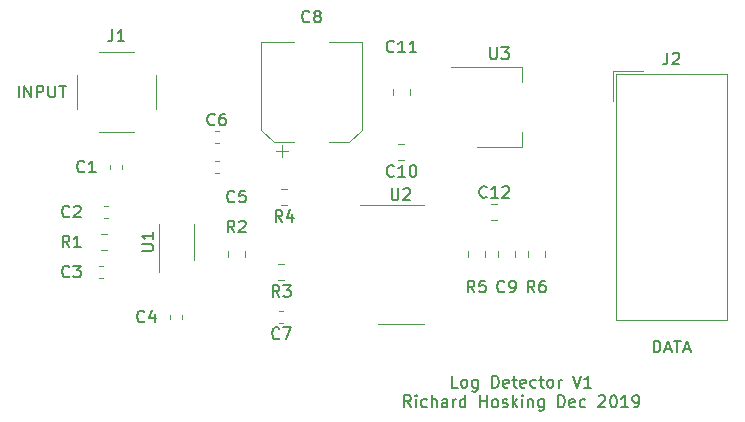
<source format=gbr>
G04 #@! TF.GenerationSoftware,KiCad,Pcbnew,5.1.5-52549c5~84~ubuntu18.04.1*
G04 #@! TF.CreationDate,2019-12-29T09:20:39+09:30*
G04 #@! TF.ProjectId,SpectrumAnalyser,53706563-7472-4756-9d41-6e616c797365,rev?*
G04 #@! TF.SameCoordinates,Original*
G04 #@! TF.FileFunction,Legend,Top*
G04 #@! TF.FilePolarity,Positive*
%FSLAX46Y46*%
G04 Gerber Fmt 4.6, Leading zero omitted, Abs format (unit mm)*
G04 Created by KiCad (PCBNEW 5.1.5-52549c5~84~ubuntu18.04.1) date 2019-12-29 09:20:39*
%MOMM*%
%LPD*%
G04 APERTURE LIST*
%ADD10C,0.150000*%
%ADD11C,0.120000*%
G04 APERTURE END LIST*
D10*
X186389047Y-115197380D02*
X185912857Y-115197380D01*
X185912857Y-114197380D01*
X186865238Y-115197380D02*
X186770000Y-115149761D01*
X186722380Y-115102142D01*
X186674761Y-115006904D01*
X186674761Y-114721190D01*
X186722380Y-114625952D01*
X186770000Y-114578333D01*
X186865238Y-114530714D01*
X187008095Y-114530714D01*
X187103333Y-114578333D01*
X187150952Y-114625952D01*
X187198571Y-114721190D01*
X187198571Y-115006904D01*
X187150952Y-115102142D01*
X187103333Y-115149761D01*
X187008095Y-115197380D01*
X186865238Y-115197380D01*
X188055714Y-114530714D02*
X188055714Y-115340238D01*
X188008095Y-115435476D01*
X187960476Y-115483095D01*
X187865238Y-115530714D01*
X187722380Y-115530714D01*
X187627142Y-115483095D01*
X188055714Y-115149761D02*
X187960476Y-115197380D01*
X187770000Y-115197380D01*
X187674761Y-115149761D01*
X187627142Y-115102142D01*
X187579523Y-115006904D01*
X187579523Y-114721190D01*
X187627142Y-114625952D01*
X187674761Y-114578333D01*
X187770000Y-114530714D01*
X187960476Y-114530714D01*
X188055714Y-114578333D01*
X189293809Y-115197380D02*
X189293809Y-114197380D01*
X189531904Y-114197380D01*
X189674761Y-114245000D01*
X189770000Y-114340238D01*
X189817619Y-114435476D01*
X189865238Y-114625952D01*
X189865238Y-114768809D01*
X189817619Y-114959285D01*
X189770000Y-115054523D01*
X189674761Y-115149761D01*
X189531904Y-115197380D01*
X189293809Y-115197380D01*
X190674761Y-115149761D02*
X190579523Y-115197380D01*
X190389047Y-115197380D01*
X190293809Y-115149761D01*
X190246190Y-115054523D01*
X190246190Y-114673571D01*
X190293809Y-114578333D01*
X190389047Y-114530714D01*
X190579523Y-114530714D01*
X190674761Y-114578333D01*
X190722380Y-114673571D01*
X190722380Y-114768809D01*
X190246190Y-114864047D01*
X191008095Y-114530714D02*
X191389047Y-114530714D01*
X191150952Y-114197380D02*
X191150952Y-115054523D01*
X191198571Y-115149761D01*
X191293809Y-115197380D01*
X191389047Y-115197380D01*
X192103333Y-115149761D02*
X192008095Y-115197380D01*
X191817619Y-115197380D01*
X191722380Y-115149761D01*
X191674761Y-115054523D01*
X191674761Y-114673571D01*
X191722380Y-114578333D01*
X191817619Y-114530714D01*
X192008095Y-114530714D01*
X192103333Y-114578333D01*
X192150952Y-114673571D01*
X192150952Y-114768809D01*
X191674761Y-114864047D01*
X193008095Y-115149761D02*
X192912857Y-115197380D01*
X192722380Y-115197380D01*
X192627142Y-115149761D01*
X192579523Y-115102142D01*
X192531904Y-115006904D01*
X192531904Y-114721190D01*
X192579523Y-114625952D01*
X192627142Y-114578333D01*
X192722380Y-114530714D01*
X192912857Y-114530714D01*
X193008095Y-114578333D01*
X193293809Y-114530714D02*
X193674761Y-114530714D01*
X193436666Y-114197380D02*
X193436666Y-115054523D01*
X193484285Y-115149761D01*
X193579523Y-115197380D01*
X193674761Y-115197380D01*
X194150952Y-115197380D02*
X194055714Y-115149761D01*
X194008095Y-115102142D01*
X193960476Y-115006904D01*
X193960476Y-114721190D01*
X194008095Y-114625952D01*
X194055714Y-114578333D01*
X194150952Y-114530714D01*
X194293809Y-114530714D01*
X194389047Y-114578333D01*
X194436666Y-114625952D01*
X194484285Y-114721190D01*
X194484285Y-115006904D01*
X194436666Y-115102142D01*
X194389047Y-115149761D01*
X194293809Y-115197380D01*
X194150952Y-115197380D01*
X194912857Y-115197380D02*
X194912857Y-114530714D01*
X194912857Y-114721190D02*
X194960476Y-114625952D01*
X195008095Y-114578333D01*
X195103333Y-114530714D01*
X195198571Y-114530714D01*
X196150952Y-114197380D02*
X196484285Y-115197380D01*
X196817619Y-114197380D01*
X197674761Y-115197380D02*
X197103333Y-115197380D01*
X197389047Y-115197380D02*
X197389047Y-114197380D01*
X197293809Y-114340238D01*
X197198571Y-114435476D01*
X197103333Y-114483095D01*
X182412857Y-116847380D02*
X182079523Y-116371190D01*
X181841428Y-116847380D02*
X181841428Y-115847380D01*
X182222380Y-115847380D01*
X182317619Y-115895000D01*
X182365238Y-115942619D01*
X182412857Y-116037857D01*
X182412857Y-116180714D01*
X182365238Y-116275952D01*
X182317619Y-116323571D01*
X182222380Y-116371190D01*
X181841428Y-116371190D01*
X182841428Y-116847380D02*
X182841428Y-116180714D01*
X182841428Y-115847380D02*
X182793809Y-115895000D01*
X182841428Y-115942619D01*
X182889047Y-115895000D01*
X182841428Y-115847380D01*
X182841428Y-115942619D01*
X183746190Y-116799761D02*
X183650952Y-116847380D01*
X183460476Y-116847380D01*
X183365238Y-116799761D01*
X183317619Y-116752142D01*
X183270000Y-116656904D01*
X183270000Y-116371190D01*
X183317619Y-116275952D01*
X183365238Y-116228333D01*
X183460476Y-116180714D01*
X183650952Y-116180714D01*
X183746190Y-116228333D01*
X184174761Y-116847380D02*
X184174761Y-115847380D01*
X184603333Y-116847380D02*
X184603333Y-116323571D01*
X184555714Y-116228333D01*
X184460476Y-116180714D01*
X184317619Y-116180714D01*
X184222380Y-116228333D01*
X184174761Y-116275952D01*
X185508095Y-116847380D02*
X185508095Y-116323571D01*
X185460476Y-116228333D01*
X185365238Y-116180714D01*
X185174761Y-116180714D01*
X185079523Y-116228333D01*
X185508095Y-116799761D02*
X185412857Y-116847380D01*
X185174761Y-116847380D01*
X185079523Y-116799761D01*
X185031904Y-116704523D01*
X185031904Y-116609285D01*
X185079523Y-116514047D01*
X185174761Y-116466428D01*
X185412857Y-116466428D01*
X185508095Y-116418809D01*
X185984285Y-116847380D02*
X185984285Y-116180714D01*
X185984285Y-116371190D02*
X186031904Y-116275952D01*
X186079523Y-116228333D01*
X186174761Y-116180714D01*
X186270000Y-116180714D01*
X187031904Y-116847380D02*
X187031904Y-115847380D01*
X187031904Y-116799761D02*
X186936666Y-116847380D01*
X186746190Y-116847380D01*
X186650952Y-116799761D01*
X186603333Y-116752142D01*
X186555714Y-116656904D01*
X186555714Y-116371190D01*
X186603333Y-116275952D01*
X186650952Y-116228333D01*
X186746190Y-116180714D01*
X186936666Y-116180714D01*
X187031904Y-116228333D01*
X188270000Y-116847380D02*
X188270000Y-115847380D01*
X188270000Y-116323571D02*
X188841428Y-116323571D01*
X188841428Y-116847380D02*
X188841428Y-115847380D01*
X189460476Y-116847380D02*
X189365238Y-116799761D01*
X189317619Y-116752142D01*
X189270000Y-116656904D01*
X189270000Y-116371190D01*
X189317619Y-116275952D01*
X189365238Y-116228333D01*
X189460476Y-116180714D01*
X189603333Y-116180714D01*
X189698571Y-116228333D01*
X189746190Y-116275952D01*
X189793809Y-116371190D01*
X189793809Y-116656904D01*
X189746190Y-116752142D01*
X189698571Y-116799761D01*
X189603333Y-116847380D01*
X189460476Y-116847380D01*
X190174761Y-116799761D02*
X190270000Y-116847380D01*
X190460476Y-116847380D01*
X190555714Y-116799761D01*
X190603333Y-116704523D01*
X190603333Y-116656904D01*
X190555714Y-116561666D01*
X190460476Y-116514047D01*
X190317619Y-116514047D01*
X190222380Y-116466428D01*
X190174761Y-116371190D01*
X190174761Y-116323571D01*
X190222380Y-116228333D01*
X190317619Y-116180714D01*
X190460476Y-116180714D01*
X190555714Y-116228333D01*
X191031904Y-116847380D02*
X191031904Y-115847380D01*
X191127142Y-116466428D02*
X191412857Y-116847380D01*
X191412857Y-116180714D02*
X191031904Y-116561666D01*
X191841428Y-116847380D02*
X191841428Y-116180714D01*
X191841428Y-115847380D02*
X191793809Y-115895000D01*
X191841428Y-115942619D01*
X191889047Y-115895000D01*
X191841428Y-115847380D01*
X191841428Y-115942619D01*
X192317619Y-116180714D02*
X192317619Y-116847380D01*
X192317619Y-116275952D02*
X192365238Y-116228333D01*
X192460476Y-116180714D01*
X192603333Y-116180714D01*
X192698571Y-116228333D01*
X192746190Y-116323571D01*
X192746190Y-116847380D01*
X193650952Y-116180714D02*
X193650952Y-116990238D01*
X193603333Y-117085476D01*
X193555714Y-117133095D01*
X193460476Y-117180714D01*
X193317619Y-117180714D01*
X193222380Y-117133095D01*
X193650952Y-116799761D02*
X193555714Y-116847380D01*
X193365238Y-116847380D01*
X193270000Y-116799761D01*
X193222380Y-116752142D01*
X193174761Y-116656904D01*
X193174761Y-116371190D01*
X193222380Y-116275952D01*
X193270000Y-116228333D01*
X193365238Y-116180714D01*
X193555714Y-116180714D01*
X193650952Y-116228333D01*
X194889047Y-116847380D02*
X194889047Y-115847380D01*
X195127142Y-115847380D01*
X195270000Y-115895000D01*
X195365238Y-115990238D01*
X195412857Y-116085476D01*
X195460476Y-116275952D01*
X195460476Y-116418809D01*
X195412857Y-116609285D01*
X195365238Y-116704523D01*
X195270000Y-116799761D01*
X195127142Y-116847380D01*
X194889047Y-116847380D01*
X196270000Y-116799761D02*
X196174761Y-116847380D01*
X195984285Y-116847380D01*
X195889047Y-116799761D01*
X195841428Y-116704523D01*
X195841428Y-116323571D01*
X195889047Y-116228333D01*
X195984285Y-116180714D01*
X196174761Y-116180714D01*
X196270000Y-116228333D01*
X196317619Y-116323571D01*
X196317619Y-116418809D01*
X195841428Y-116514047D01*
X197174761Y-116799761D02*
X197079523Y-116847380D01*
X196889047Y-116847380D01*
X196793809Y-116799761D01*
X196746190Y-116752142D01*
X196698571Y-116656904D01*
X196698571Y-116371190D01*
X196746190Y-116275952D01*
X196793809Y-116228333D01*
X196889047Y-116180714D01*
X197079523Y-116180714D01*
X197174761Y-116228333D01*
X198317619Y-115942619D02*
X198365238Y-115895000D01*
X198460476Y-115847380D01*
X198698571Y-115847380D01*
X198793809Y-115895000D01*
X198841428Y-115942619D01*
X198889047Y-116037857D01*
X198889047Y-116133095D01*
X198841428Y-116275952D01*
X198270000Y-116847380D01*
X198889047Y-116847380D01*
X199508095Y-115847380D02*
X199603333Y-115847380D01*
X199698571Y-115895000D01*
X199746190Y-115942619D01*
X199793809Y-116037857D01*
X199841428Y-116228333D01*
X199841428Y-116466428D01*
X199793809Y-116656904D01*
X199746190Y-116752142D01*
X199698571Y-116799761D01*
X199603333Y-116847380D01*
X199508095Y-116847380D01*
X199412857Y-116799761D01*
X199365238Y-116752142D01*
X199317619Y-116656904D01*
X199270000Y-116466428D01*
X199270000Y-116228333D01*
X199317619Y-116037857D01*
X199365238Y-115942619D01*
X199412857Y-115895000D01*
X199508095Y-115847380D01*
X200793809Y-116847380D02*
X200222380Y-116847380D01*
X200508095Y-116847380D02*
X200508095Y-115847380D01*
X200412857Y-115990238D01*
X200317619Y-116085476D01*
X200222380Y-116133095D01*
X201270000Y-116847380D02*
X201460476Y-116847380D01*
X201555714Y-116799761D01*
X201603333Y-116752142D01*
X201698571Y-116609285D01*
X201746190Y-116418809D01*
X201746190Y-116037857D01*
X201698571Y-115942619D01*
X201650952Y-115895000D01*
X201555714Y-115847380D01*
X201365238Y-115847380D01*
X201270000Y-115895000D01*
X201222380Y-115942619D01*
X201174761Y-116037857D01*
X201174761Y-116275952D01*
X201222380Y-116371190D01*
X201270000Y-116418809D01*
X201365238Y-116466428D01*
X201555714Y-116466428D01*
X201650952Y-116418809D01*
X201698571Y-116371190D01*
X201746190Y-116275952D01*
X149201428Y-90622380D02*
X149201428Y-89622380D01*
X149677619Y-90622380D02*
X149677619Y-89622380D01*
X150249047Y-90622380D01*
X150249047Y-89622380D01*
X150725238Y-90622380D02*
X150725238Y-89622380D01*
X151106190Y-89622380D01*
X151201428Y-89670000D01*
X151249047Y-89717619D01*
X151296666Y-89812857D01*
X151296666Y-89955714D01*
X151249047Y-90050952D01*
X151201428Y-90098571D01*
X151106190Y-90146190D01*
X150725238Y-90146190D01*
X151725238Y-89622380D02*
X151725238Y-90431904D01*
X151772857Y-90527142D01*
X151820476Y-90574761D01*
X151915714Y-90622380D01*
X152106190Y-90622380D01*
X152201428Y-90574761D01*
X152249047Y-90527142D01*
X152296666Y-90431904D01*
X152296666Y-89622380D01*
X152630000Y-89622380D02*
X153201428Y-89622380D01*
X152915714Y-90622380D02*
X152915714Y-89622380D01*
X202970000Y-112212380D02*
X202970000Y-111212380D01*
X203208095Y-111212380D01*
X203350952Y-111260000D01*
X203446190Y-111355238D01*
X203493809Y-111450476D01*
X203541428Y-111640952D01*
X203541428Y-111783809D01*
X203493809Y-111974285D01*
X203446190Y-112069523D01*
X203350952Y-112164761D01*
X203208095Y-112212380D01*
X202970000Y-112212380D01*
X203922380Y-111926666D02*
X204398571Y-111926666D01*
X203827142Y-112212380D02*
X204160476Y-111212380D01*
X204493809Y-112212380D01*
X204684285Y-111212380D02*
X205255714Y-111212380D01*
X204970000Y-112212380D02*
X204970000Y-111212380D01*
X205541428Y-111926666D02*
X206017619Y-111926666D01*
X205446190Y-112212380D02*
X205779523Y-111212380D01*
X206112857Y-112212380D01*
D11*
X161060000Y-101370000D02*
X161060000Y-105370000D01*
X164060000Y-101370000D02*
X164060000Y-104370000D01*
X189213748Y-101040000D02*
X189736252Y-101040000D01*
X189213748Y-99620000D02*
X189736252Y-99620000D01*
X157990000Y-96691267D02*
X157990000Y-96348733D01*
X156970000Y-96691267D02*
X156970000Y-96348733D01*
X156776267Y-100840000D02*
X156433733Y-100840000D01*
X156776267Y-99820000D02*
X156433733Y-99820000D01*
X156381267Y-104900000D02*
X156038733Y-104900000D01*
X156381267Y-105920000D02*
X156038733Y-105920000D01*
X163070000Y-109048733D02*
X163070000Y-109391267D01*
X162050000Y-109048733D02*
X162050000Y-109391267D01*
X165803733Y-97030000D02*
X166146267Y-97030000D01*
X165803733Y-96010000D02*
X166146267Y-96010000D01*
X165803733Y-93470000D02*
X166146267Y-93470000D01*
X165803733Y-94490000D02*
X166146267Y-94490000D01*
X171621267Y-109730000D02*
X171278733Y-109730000D01*
X171621267Y-108710000D02*
X171278733Y-108710000D01*
X178250000Y-85910000D02*
X175500000Y-85910000D01*
X169730000Y-85910000D02*
X172480000Y-85910000D01*
X169730000Y-93365563D02*
X169730000Y-85910000D01*
X178250000Y-93365563D02*
X178250000Y-85910000D01*
X177185563Y-94430000D02*
X175500000Y-94430000D01*
X170794437Y-94430000D02*
X172480000Y-94430000D01*
X170794437Y-94430000D02*
X169730000Y-93365563D01*
X177185563Y-94430000D02*
X178250000Y-93365563D01*
X171480000Y-95670000D02*
X171480000Y-94670000D01*
X170980000Y-95170000D02*
X171980000Y-95170000D01*
X191210000Y-104156252D02*
X191210000Y-103633748D01*
X189790000Y-104156252D02*
X189790000Y-103633748D01*
X181871252Y-95960000D02*
X181348748Y-95960000D01*
X181871252Y-94540000D02*
X181348748Y-94540000D01*
X180900000Y-90431252D02*
X180900000Y-89908748D01*
X182320000Y-90431252D02*
X182320000Y-89908748D01*
X154125000Y-88720000D02*
X154125000Y-91620000D01*
X160835000Y-88720000D02*
X160835000Y-91620000D01*
X156030000Y-93525000D02*
X158930000Y-93525000D01*
X156030000Y-86815000D02*
X158930000Y-86815000D01*
X209145000Y-88630000D02*
X209145000Y-109490000D01*
X209145000Y-109490000D02*
X199795000Y-109490000D01*
X199795000Y-109490000D02*
X199795000Y-88630000D01*
X199795000Y-88630000D02*
X209145000Y-88630000D01*
X199545000Y-88380000D02*
X199545000Y-90920000D01*
X199545000Y-88380000D02*
X202085000Y-88380000D01*
X156193748Y-103580000D02*
X156716252Y-103580000D01*
X156193748Y-102160000D02*
X156716252Y-102160000D01*
X166930000Y-104156252D02*
X166930000Y-103633748D01*
X168350000Y-104156252D02*
X168350000Y-103633748D01*
X171711252Y-106120000D02*
X171188748Y-106120000D01*
X171711252Y-104700000D02*
X171188748Y-104700000D01*
X171956252Y-98350000D02*
X171433748Y-98350000D01*
X171956252Y-99770000D02*
X171433748Y-99770000D01*
X188670000Y-104156252D02*
X188670000Y-103633748D01*
X187250000Y-104156252D02*
X187250000Y-103633748D01*
X192330000Y-104156252D02*
X192330000Y-103633748D01*
X193750000Y-104156252D02*
X193750000Y-103633748D01*
X181545000Y-109835000D02*
X183495000Y-109835000D01*
X181545000Y-109835000D02*
X179595000Y-109835000D01*
X181545000Y-99715000D02*
X183495000Y-99715000D01*
X181545000Y-99715000D02*
X178095000Y-99715000D01*
X191800000Y-94850000D02*
X191800000Y-93590000D01*
X191800000Y-88030000D02*
X191800000Y-89290000D01*
X188040000Y-94850000D02*
X191800000Y-94850000D01*
X185790000Y-88030000D02*
X191800000Y-88030000D01*
D10*
X159612380Y-103631904D02*
X160421904Y-103631904D01*
X160517142Y-103584285D01*
X160564761Y-103536666D01*
X160612380Y-103441428D01*
X160612380Y-103250952D01*
X160564761Y-103155714D01*
X160517142Y-103108095D01*
X160421904Y-103060476D01*
X159612380Y-103060476D01*
X160612380Y-102060476D02*
X160612380Y-102631904D01*
X160612380Y-102346190D02*
X159612380Y-102346190D01*
X159755238Y-102441428D01*
X159850476Y-102536666D01*
X159898095Y-102631904D01*
X188832142Y-99037142D02*
X188784523Y-99084761D01*
X188641666Y-99132380D01*
X188546428Y-99132380D01*
X188403571Y-99084761D01*
X188308333Y-98989523D01*
X188260714Y-98894285D01*
X188213095Y-98703809D01*
X188213095Y-98560952D01*
X188260714Y-98370476D01*
X188308333Y-98275238D01*
X188403571Y-98180000D01*
X188546428Y-98132380D01*
X188641666Y-98132380D01*
X188784523Y-98180000D01*
X188832142Y-98227619D01*
X189784523Y-99132380D02*
X189213095Y-99132380D01*
X189498809Y-99132380D02*
X189498809Y-98132380D01*
X189403571Y-98275238D01*
X189308333Y-98370476D01*
X189213095Y-98418095D01*
X190165476Y-98227619D02*
X190213095Y-98180000D01*
X190308333Y-98132380D01*
X190546428Y-98132380D01*
X190641666Y-98180000D01*
X190689285Y-98227619D01*
X190736904Y-98322857D01*
X190736904Y-98418095D01*
X190689285Y-98560952D01*
X190117857Y-99132380D01*
X190736904Y-99132380D01*
X154773333Y-96877142D02*
X154725714Y-96924761D01*
X154582857Y-96972380D01*
X154487619Y-96972380D01*
X154344761Y-96924761D01*
X154249523Y-96829523D01*
X154201904Y-96734285D01*
X154154285Y-96543809D01*
X154154285Y-96400952D01*
X154201904Y-96210476D01*
X154249523Y-96115238D01*
X154344761Y-96020000D01*
X154487619Y-95972380D01*
X154582857Y-95972380D01*
X154725714Y-96020000D01*
X154773333Y-96067619D01*
X155725714Y-96972380D02*
X155154285Y-96972380D01*
X155440000Y-96972380D02*
X155440000Y-95972380D01*
X155344761Y-96115238D01*
X155249523Y-96210476D01*
X155154285Y-96258095D01*
X153503333Y-100687142D02*
X153455714Y-100734761D01*
X153312857Y-100782380D01*
X153217619Y-100782380D01*
X153074761Y-100734761D01*
X152979523Y-100639523D01*
X152931904Y-100544285D01*
X152884285Y-100353809D01*
X152884285Y-100210952D01*
X152931904Y-100020476D01*
X152979523Y-99925238D01*
X153074761Y-99830000D01*
X153217619Y-99782380D01*
X153312857Y-99782380D01*
X153455714Y-99830000D01*
X153503333Y-99877619D01*
X153884285Y-99877619D02*
X153931904Y-99830000D01*
X154027142Y-99782380D01*
X154265238Y-99782380D01*
X154360476Y-99830000D01*
X154408095Y-99877619D01*
X154455714Y-99972857D01*
X154455714Y-100068095D01*
X154408095Y-100210952D01*
X153836666Y-100782380D01*
X154455714Y-100782380D01*
X153503333Y-105767142D02*
X153455714Y-105814761D01*
X153312857Y-105862380D01*
X153217619Y-105862380D01*
X153074761Y-105814761D01*
X152979523Y-105719523D01*
X152931904Y-105624285D01*
X152884285Y-105433809D01*
X152884285Y-105290952D01*
X152931904Y-105100476D01*
X152979523Y-105005238D01*
X153074761Y-104910000D01*
X153217619Y-104862380D01*
X153312857Y-104862380D01*
X153455714Y-104910000D01*
X153503333Y-104957619D01*
X153836666Y-104862380D02*
X154455714Y-104862380D01*
X154122380Y-105243333D01*
X154265238Y-105243333D01*
X154360476Y-105290952D01*
X154408095Y-105338571D01*
X154455714Y-105433809D01*
X154455714Y-105671904D01*
X154408095Y-105767142D01*
X154360476Y-105814761D01*
X154265238Y-105862380D01*
X153979523Y-105862380D01*
X153884285Y-105814761D01*
X153836666Y-105767142D01*
X159853333Y-109577142D02*
X159805714Y-109624761D01*
X159662857Y-109672380D01*
X159567619Y-109672380D01*
X159424761Y-109624761D01*
X159329523Y-109529523D01*
X159281904Y-109434285D01*
X159234285Y-109243809D01*
X159234285Y-109100952D01*
X159281904Y-108910476D01*
X159329523Y-108815238D01*
X159424761Y-108720000D01*
X159567619Y-108672380D01*
X159662857Y-108672380D01*
X159805714Y-108720000D01*
X159853333Y-108767619D01*
X160710476Y-109005714D02*
X160710476Y-109672380D01*
X160472380Y-108624761D02*
X160234285Y-109339047D01*
X160853333Y-109339047D01*
X167473333Y-99417142D02*
X167425714Y-99464761D01*
X167282857Y-99512380D01*
X167187619Y-99512380D01*
X167044761Y-99464761D01*
X166949523Y-99369523D01*
X166901904Y-99274285D01*
X166854285Y-99083809D01*
X166854285Y-98940952D01*
X166901904Y-98750476D01*
X166949523Y-98655238D01*
X167044761Y-98560000D01*
X167187619Y-98512380D01*
X167282857Y-98512380D01*
X167425714Y-98560000D01*
X167473333Y-98607619D01*
X168378095Y-98512380D02*
X167901904Y-98512380D01*
X167854285Y-98988571D01*
X167901904Y-98940952D01*
X167997142Y-98893333D01*
X168235238Y-98893333D01*
X168330476Y-98940952D01*
X168378095Y-98988571D01*
X168425714Y-99083809D01*
X168425714Y-99321904D01*
X168378095Y-99417142D01*
X168330476Y-99464761D01*
X168235238Y-99512380D01*
X167997142Y-99512380D01*
X167901904Y-99464761D01*
X167854285Y-99417142D01*
X165808333Y-92907142D02*
X165760714Y-92954761D01*
X165617857Y-93002380D01*
X165522619Y-93002380D01*
X165379761Y-92954761D01*
X165284523Y-92859523D01*
X165236904Y-92764285D01*
X165189285Y-92573809D01*
X165189285Y-92430952D01*
X165236904Y-92240476D01*
X165284523Y-92145238D01*
X165379761Y-92050000D01*
X165522619Y-92002380D01*
X165617857Y-92002380D01*
X165760714Y-92050000D01*
X165808333Y-92097619D01*
X166665476Y-92002380D02*
X166475000Y-92002380D01*
X166379761Y-92050000D01*
X166332142Y-92097619D01*
X166236904Y-92240476D01*
X166189285Y-92430952D01*
X166189285Y-92811904D01*
X166236904Y-92907142D01*
X166284523Y-92954761D01*
X166379761Y-93002380D01*
X166570238Y-93002380D01*
X166665476Y-92954761D01*
X166713095Y-92907142D01*
X166760714Y-92811904D01*
X166760714Y-92573809D01*
X166713095Y-92478571D01*
X166665476Y-92430952D01*
X166570238Y-92383333D01*
X166379761Y-92383333D01*
X166284523Y-92430952D01*
X166236904Y-92478571D01*
X166189285Y-92573809D01*
X171283333Y-111007142D02*
X171235714Y-111054761D01*
X171092857Y-111102380D01*
X170997619Y-111102380D01*
X170854761Y-111054761D01*
X170759523Y-110959523D01*
X170711904Y-110864285D01*
X170664285Y-110673809D01*
X170664285Y-110530952D01*
X170711904Y-110340476D01*
X170759523Y-110245238D01*
X170854761Y-110150000D01*
X170997619Y-110102380D01*
X171092857Y-110102380D01*
X171235714Y-110150000D01*
X171283333Y-110197619D01*
X171616666Y-110102380D02*
X172283333Y-110102380D01*
X171854761Y-111102380D01*
X173823333Y-84177142D02*
X173775714Y-84224761D01*
X173632857Y-84272380D01*
X173537619Y-84272380D01*
X173394761Y-84224761D01*
X173299523Y-84129523D01*
X173251904Y-84034285D01*
X173204285Y-83843809D01*
X173204285Y-83700952D01*
X173251904Y-83510476D01*
X173299523Y-83415238D01*
X173394761Y-83320000D01*
X173537619Y-83272380D01*
X173632857Y-83272380D01*
X173775714Y-83320000D01*
X173823333Y-83367619D01*
X174394761Y-83700952D02*
X174299523Y-83653333D01*
X174251904Y-83605714D01*
X174204285Y-83510476D01*
X174204285Y-83462857D01*
X174251904Y-83367619D01*
X174299523Y-83320000D01*
X174394761Y-83272380D01*
X174585238Y-83272380D01*
X174680476Y-83320000D01*
X174728095Y-83367619D01*
X174775714Y-83462857D01*
X174775714Y-83510476D01*
X174728095Y-83605714D01*
X174680476Y-83653333D01*
X174585238Y-83700952D01*
X174394761Y-83700952D01*
X174299523Y-83748571D01*
X174251904Y-83796190D01*
X174204285Y-83891428D01*
X174204285Y-84081904D01*
X174251904Y-84177142D01*
X174299523Y-84224761D01*
X174394761Y-84272380D01*
X174585238Y-84272380D01*
X174680476Y-84224761D01*
X174728095Y-84177142D01*
X174775714Y-84081904D01*
X174775714Y-83891428D01*
X174728095Y-83796190D01*
X174680476Y-83748571D01*
X174585238Y-83700952D01*
X190333333Y-107037142D02*
X190285714Y-107084761D01*
X190142857Y-107132380D01*
X190047619Y-107132380D01*
X189904761Y-107084761D01*
X189809523Y-106989523D01*
X189761904Y-106894285D01*
X189714285Y-106703809D01*
X189714285Y-106560952D01*
X189761904Y-106370476D01*
X189809523Y-106275238D01*
X189904761Y-106180000D01*
X190047619Y-106132380D01*
X190142857Y-106132380D01*
X190285714Y-106180000D01*
X190333333Y-106227619D01*
X190809523Y-107132380D02*
X191000000Y-107132380D01*
X191095238Y-107084761D01*
X191142857Y-107037142D01*
X191238095Y-106894285D01*
X191285714Y-106703809D01*
X191285714Y-106322857D01*
X191238095Y-106227619D01*
X191190476Y-106180000D01*
X191095238Y-106132380D01*
X190904761Y-106132380D01*
X190809523Y-106180000D01*
X190761904Y-106227619D01*
X190714285Y-106322857D01*
X190714285Y-106560952D01*
X190761904Y-106656190D01*
X190809523Y-106703809D01*
X190904761Y-106751428D01*
X191095238Y-106751428D01*
X191190476Y-106703809D01*
X191238095Y-106656190D01*
X191285714Y-106560952D01*
X180967142Y-97257142D02*
X180919523Y-97304761D01*
X180776666Y-97352380D01*
X180681428Y-97352380D01*
X180538571Y-97304761D01*
X180443333Y-97209523D01*
X180395714Y-97114285D01*
X180348095Y-96923809D01*
X180348095Y-96780952D01*
X180395714Y-96590476D01*
X180443333Y-96495238D01*
X180538571Y-96400000D01*
X180681428Y-96352380D01*
X180776666Y-96352380D01*
X180919523Y-96400000D01*
X180967142Y-96447619D01*
X181919523Y-97352380D02*
X181348095Y-97352380D01*
X181633809Y-97352380D02*
X181633809Y-96352380D01*
X181538571Y-96495238D01*
X181443333Y-96590476D01*
X181348095Y-96638095D01*
X182538571Y-96352380D02*
X182633809Y-96352380D01*
X182729047Y-96400000D01*
X182776666Y-96447619D01*
X182824285Y-96542857D01*
X182871904Y-96733333D01*
X182871904Y-96971428D01*
X182824285Y-97161904D01*
X182776666Y-97257142D01*
X182729047Y-97304761D01*
X182633809Y-97352380D01*
X182538571Y-97352380D01*
X182443333Y-97304761D01*
X182395714Y-97257142D01*
X182348095Y-97161904D01*
X182300476Y-96971428D01*
X182300476Y-96733333D01*
X182348095Y-96542857D01*
X182395714Y-96447619D01*
X182443333Y-96400000D01*
X182538571Y-96352380D01*
X180967142Y-86717142D02*
X180919523Y-86764761D01*
X180776666Y-86812380D01*
X180681428Y-86812380D01*
X180538571Y-86764761D01*
X180443333Y-86669523D01*
X180395714Y-86574285D01*
X180348095Y-86383809D01*
X180348095Y-86240952D01*
X180395714Y-86050476D01*
X180443333Y-85955238D01*
X180538571Y-85860000D01*
X180681428Y-85812380D01*
X180776666Y-85812380D01*
X180919523Y-85860000D01*
X180967142Y-85907619D01*
X181919523Y-86812380D02*
X181348095Y-86812380D01*
X181633809Y-86812380D02*
X181633809Y-85812380D01*
X181538571Y-85955238D01*
X181443333Y-86050476D01*
X181348095Y-86098095D01*
X182871904Y-86812380D02*
X182300476Y-86812380D01*
X182586190Y-86812380D02*
X182586190Y-85812380D01*
X182490952Y-85955238D01*
X182395714Y-86050476D01*
X182300476Y-86098095D01*
X157146666Y-84872380D02*
X157146666Y-85586666D01*
X157099047Y-85729523D01*
X157003809Y-85824761D01*
X156860952Y-85872380D01*
X156765714Y-85872380D01*
X158146666Y-85872380D02*
X157575238Y-85872380D01*
X157860952Y-85872380D02*
X157860952Y-84872380D01*
X157765714Y-85015238D01*
X157670476Y-85110476D01*
X157575238Y-85158095D01*
X204136666Y-86828380D02*
X204136666Y-87542666D01*
X204089047Y-87685523D01*
X203993809Y-87780761D01*
X203850952Y-87828380D01*
X203755714Y-87828380D01*
X204565238Y-86923619D02*
X204612857Y-86876000D01*
X204708095Y-86828380D01*
X204946190Y-86828380D01*
X205041428Y-86876000D01*
X205089047Y-86923619D01*
X205136666Y-87018857D01*
X205136666Y-87114095D01*
X205089047Y-87256952D01*
X204517619Y-87828380D01*
X205136666Y-87828380D01*
X153503333Y-103322380D02*
X153170000Y-102846190D01*
X152931904Y-103322380D02*
X152931904Y-102322380D01*
X153312857Y-102322380D01*
X153408095Y-102370000D01*
X153455714Y-102417619D01*
X153503333Y-102512857D01*
X153503333Y-102655714D01*
X153455714Y-102750952D01*
X153408095Y-102798571D01*
X153312857Y-102846190D01*
X152931904Y-102846190D01*
X154455714Y-103322380D02*
X153884285Y-103322380D01*
X154170000Y-103322380D02*
X154170000Y-102322380D01*
X154074761Y-102465238D01*
X153979523Y-102560476D01*
X153884285Y-102608095D01*
X167473333Y-102052380D02*
X167140000Y-101576190D01*
X166901904Y-102052380D02*
X166901904Y-101052380D01*
X167282857Y-101052380D01*
X167378095Y-101100000D01*
X167425714Y-101147619D01*
X167473333Y-101242857D01*
X167473333Y-101385714D01*
X167425714Y-101480952D01*
X167378095Y-101528571D01*
X167282857Y-101576190D01*
X166901904Y-101576190D01*
X167854285Y-101147619D02*
X167901904Y-101100000D01*
X167997142Y-101052380D01*
X168235238Y-101052380D01*
X168330476Y-101100000D01*
X168378095Y-101147619D01*
X168425714Y-101242857D01*
X168425714Y-101338095D01*
X168378095Y-101480952D01*
X167806666Y-102052380D01*
X168425714Y-102052380D01*
X171283333Y-107512380D02*
X170950000Y-107036190D01*
X170711904Y-107512380D02*
X170711904Y-106512380D01*
X171092857Y-106512380D01*
X171188095Y-106560000D01*
X171235714Y-106607619D01*
X171283333Y-106702857D01*
X171283333Y-106845714D01*
X171235714Y-106940952D01*
X171188095Y-106988571D01*
X171092857Y-107036190D01*
X170711904Y-107036190D01*
X171616666Y-106512380D02*
X172235714Y-106512380D01*
X171902380Y-106893333D01*
X172045238Y-106893333D01*
X172140476Y-106940952D01*
X172188095Y-106988571D01*
X172235714Y-107083809D01*
X172235714Y-107321904D01*
X172188095Y-107417142D01*
X172140476Y-107464761D01*
X172045238Y-107512380D01*
X171759523Y-107512380D01*
X171664285Y-107464761D01*
X171616666Y-107417142D01*
X171528333Y-101162380D02*
X171195000Y-100686190D01*
X170956904Y-101162380D02*
X170956904Y-100162380D01*
X171337857Y-100162380D01*
X171433095Y-100210000D01*
X171480714Y-100257619D01*
X171528333Y-100352857D01*
X171528333Y-100495714D01*
X171480714Y-100590952D01*
X171433095Y-100638571D01*
X171337857Y-100686190D01*
X170956904Y-100686190D01*
X172385476Y-100495714D02*
X172385476Y-101162380D01*
X172147380Y-100114761D02*
X171909285Y-100829047D01*
X172528333Y-100829047D01*
X187793333Y-107132380D02*
X187460000Y-106656190D01*
X187221904Y-107132380D02*
X187221904Y-106132380D01*
X187602857Y-106132380D01*
X187698095Y-106180000D01*
X187745714Y-106227619D01*
X187793333Y-106322857D01*
X187793333Y-106465714D01*
X187745714Y-106560952D01*
X187698095Y-106608571D01*
X187602857Y-106656190D01*
X187221904Y-106656190D01*
X188698095Y-106132380D02*
X188221904Y-106132380D01*
X188174285Y-106608571D01*
X188221904Y-106560952D01*
X188317142Y-106513333D01*
X188555238Y-106513333D01*
X188650476Y-106560952D01*
X188698095Y-106608571D01*
X188745714Y-106703809D01*
X188745714Y-106941904D01*
X188698095Y-107037142D01*
X188650476Y-107084761D01*
X188555238Y-107132380D01*
X188317142Y-107132380D01*
X188221904Y-107084761D01*
X188174285Y-107037142D01*
X192873333Y-107132380D02*
X192540000Y-106656190D01*
X192301904Y-107132380D02*
X192301904Y-106132380D01*
X192682857Y-106132380D01*
X192778095Y-106180000D01*
X192825714Y-106227619D01*
X192873333Y-106322857D01*
X192873333Y-106465714D01*
X192825714Y-106560952D01*
X192778095Y-106608571D01*
X192682857Y-106656190D01*
X192301904Y-106656190D01*
X193730476Y-106132380D02*
X193540000Y-106132380D01*
X193444761Y-106180000D01*
X193397142Y-106227619D01*
X193301904Y-106370476D01*
X193254285Y-106560952D01*
X193254285Y-106941904D01*
X193301904Y-107037142D01*
X193349523Y-107084761D01*
X193444761Y-107132380D01*
X193635238Y-107132380D01*
X193730476Y-107084761D01*
X193778095Y-107037142D01*
X193825714Y-106941904D01*
X193825714Y-106703809D01*
X193778095Y-106608571D01*
X193730476Y-106560952D01*
X193635238Y-106513333D01*
X193444761Y-106513333D01*
X193349523Y-106560952D01*
X193301904Y-106608571D01*
X193254285Y-106703809D01*
X180783095Y-98327380D02*
X180783095Y-99136904D01*
X180830714Y-99232142D01*
X180878333Y-99279761D01*
X180973571Y-99327380D01*
X181164047Y-99327380D01*
X181259285Y-99279761D01*
X181306904Y-99232142D01*
X181354523Y-99136904D01*
X181354523Y-98327380D01*
X181783095Y-98422619D02*
X181830714Y-98375000D01*
X181925952Y-98327380D01*
X182164047Y-98327380D01*
X182259285Y-98375000D01*
X182306904Y-98422619D01*
X182354523Y-98517857D01*
X182354523Y-98613095D01*
X182306904Y-98755952D01*
X181735476Y-99327380D01*
X182354523Y-99327380D01*
X189128095Y-86392380D02*
X189128095Y-87201904D01*
X189175714Y-87297142D01*
X189223333Y-87344761D01*
X189318571Y-87392380D01*
X189509047Y-87392380D01*
X189604285Y-87344761D01*
X189651904Y-87297142D01*
X189699523Y-87201904D01*
X189699523Y-86392380D01*
X190080476Y-86392380D02*
X190699523Y-86392380D01*
X190366190Y-86773333D01*
X190509047Y-86773333D01*
X190604285Y-86820952D01*
X190651904Y-86868571D01*
X190699523Y-86963809D01*
X190699523Y-87201904D01*
X190651904Y-87297142D01*
X190604285Y-87344761D01*
X190509047Y-87392380D01*
X190223333Y-87392380D01*
X190128095Y-87344761D01*
X190080476Y-87297142D01*
M02*

</source>
